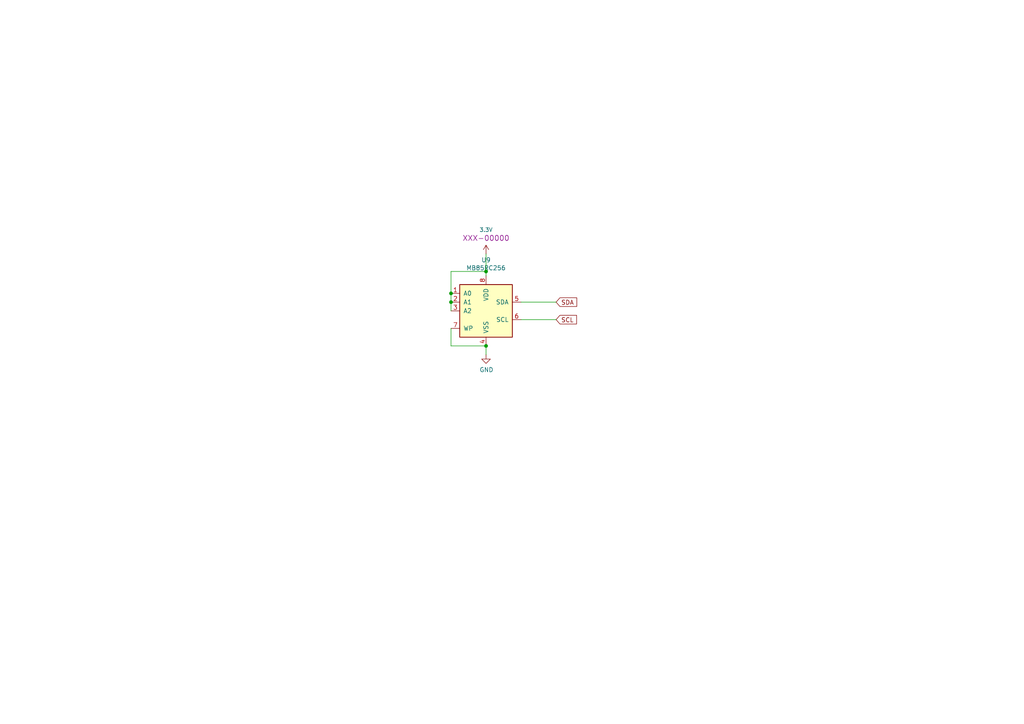
<source format=kicad_sch>
(kicad_sch (version 20230121) (generator eeschema)
  (paper "A4")
  (lib_symbols
    (symbol "CellLight-rescue:3.3V-SparkFun-PowerSymbols" (power) (pin_numbers hide) (pin_names (offset 1.016) hide)
      (property "Value" "3.3V-SparkFun-PowerSymbols" (at -1.27 3.81 0))
      (property "Footprint" "XXX-00000" (at 0 7.62 0))
      (symbol "3.3V-SparkFun-PowerSymbols_1_0"
        (polyline (pts (xy 0 0) (xy 0 2.54)))
        (polyline (pts (xy 0 2.54) (xy -0.762 1.27)))
        (polyline (pts (xy 0.762 1.27) (xy 0 2.54)))
      )
      (symbol "3.3V-SparkFun-PowerSymbols_1_1"
        (pin power_in line (at 0 0 90) (length 0) hide (name "3.3V") (number "~"))
      )
    )
    (symbol "CellLight-rescue:FM24C64B-Memory_NVRAM" (pin_names (offset 1.016))
      (property "Reference" "U" (at -5.08 8.89 0))
      (property "Value" "Memory_NVRAM_FM24C64B" (at 6.35 -8.89 0))
      (symbol "FM24C64B-Memory_NVRAM_0_1"
        (rectangle (start -7.62 7.62) (end 7.62 -7.62) (stroke (width 0.254)) (fill (type background)))
      )
      (symbol "FM24C64B-Memory_NVRAM_1_1"
        (pin input line (at -10.16 5.08 0) (length 2.54) (name "A0") (number "1"))
        (pin input line (at -10.16 2.54 0) (length 2.54) (name "A1") (number "2"))
        (pin input line (at -10.16 0 0) (length 2.54) (name "A2") (number "3"))
        (pin power_in line (at 0 -10.16 90) (length 2.54) (name "VSS") (number "4"))
        (pin bidirectional line (at 10.16 2.54 180) (length 2.54) (name "SDA") (number "5"))
        (pin input line (at 10.16 -2.54 180) (length 2.54) (name "SCL") (number "6"))
        (pin input line (at -10.16 -5.08 0) (length 2.54) (name "WP") (number "7"))
        (pin power_in line (at 0 10.16 270) (length 2.54) (name "VDD") (number "8"))
      )
    )
    (symbol "power:GND" (power) (pin_names (offset 0))
      (property "Value" "GND" (at 0 -3.81 0))
      (symbol "GND_0_1"
        (polyline (pts (xy 0 0) (xy 0 -1.27) (xy 1.27 -1.27) (xy 0 -2.54) (xy -1.27 -1.27) (xy 0 -1.27)))
      )
      (symbol "GND_1_1"
        (pin power_in line (at 0 0 270) (length 0) hide (name "GND") (number "1"))
      )
    )
  )
  (junction (at 140.97 78.74))
  (junction (at 140.97 100.33))
  (junction (at 130.81 85.09))
  (junction (at 130.81 87.63))
  (wire (pts (xy 130.81 85.09) (xy 130.81 87.63)))
  (wire (pts (xy 130.81 100.33) (xy 140.97 100.33)))
  (wire (pts (xy 140.97 73.66) (xy 140.97 78.74)))
  (wire (pts (xy 140.97 78.74) (xy 140.97 80.01)))
  (wire (pts (xy 151.13 92.71) (xy 161.29 92.71)))
  (wire (pts (xy 130.81 78.74) (xy 130.81 85.09)))
  (wire (pts (xy 140.97 102.87) (xy 140.97 100.33)))
  (wire (pts (xy 140.97 78.74) (xy 130.81 78.74)))
  (wire (pts (xy 130.81 87.63) (xy 130.81 90.17)))
  (wire (pts (xy 130.81 95.25) (xy 130.81 100.33)))
  (wire (pts (xy 151.13 87.63) (xy 161.29 87.63)))
  (global_label "SCL" (shape input) (at 161.29 92.71 0) (property "Intersheetrefs" "${INTERSHEET_REFS}" (effects hide)))
  (global_label "SDA" (shape input) (at 161.29 87.63 0) (property "Intersheetrefs" "${INTERSHEET_REFS}" (effects hide)))
  (symbol (lib_id "CellLight-rescue:FM24C64B-Memory_NVRAM") (at 140.97 90.17 0) (unit 1)
    (property "Reference" "U9" (at 140.97 75.4126 0))
    (property "Value" "MB85RC256" (at 140.97 77.724 0))
    (property "Footprint" "Package_SO:SOIC-8_3.9x4.9mm_P1.27mm" (effects hide))
    (property "Datasheet" "https://www.fujitsu.com/us/Images/MB85RC256V-DS501-00017-3v0-E.pdf" (effects hide))
  )
  (symbol (lib_id "power:GND") (at 140.97 102.87 0) (unit 1)
    (property "Reference" "#PWR03" (effects hide))
    (property "Value" "GND" (at 141.097 107.2642 0))
  )
  (symbol (lib_id "CellLight-rescue:3.3V-SparkFun-PowerSymbols") (at 140.97 73.66 0) (unit 1)
    (property "Reference" "#SUPPLY09" (effects hide))
    (property "Value" "3.3V" (at 140.97 66.6496 0) (effects (font (size 1.143 1.143))))
    (property "Footprint" "XXX-00000" (at 140.97 69.0626 0) (effects (font (size 1.524 1.524))))
  )
)
</source>
